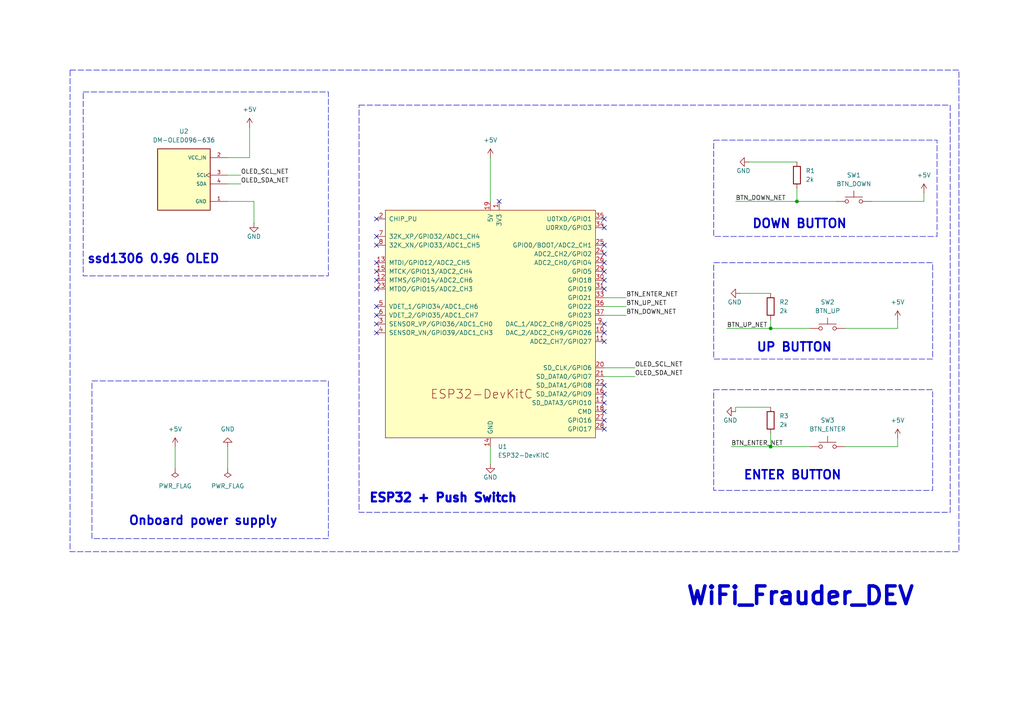
<source format=kicad_sch>
(kicad_sch (version 20250114) (generator "eeschema") (generator_version "9.0")
  (paper "A4")
  (title_block (title "WiFi Frauder DEV") (date "2025-06-10") (rev "1") (company "By Anuwat Khongchuai (un4ckn0wl3z)"))
  (lib_symbols
    (symbol "DM-OLED096-636:DM-OLED096-636" (pin_names (offset 1.016))
      (property "Reference" "U" (at -7.62 10.922 0))
      (property "Value" "DM-OLED096-636" (at -7.62 -10.16 0))
      (symbol "DM-OLED096-636_0_0"
        (rectangle (start -7.62 -7.62) (end 7.62 10.16) (stroke (width 0.254)) (fill (type background)))
        (pin power_in line (at 12.7 7.62 180) (length 5.08) (name "VCC_IN") (number "2"))
        (pin input clock (at 12.7 2.54 180) (length 5.08) (name "SCL") (number "3"))
        (pin bidirectional line (at 12.7 0 180) (length 5.08) (name "SDA") (number "4"))
        (pin power_in line (at 12.7 -5.08 180) (length 5.08) (name "GND") (number "1"))
      )
    )
    (symbol "Device:R" (pin_numbers (hide yes)) (pin_names (offset 0))
      (property "Reference" "R" (at 2.032 0 90))
      (property "Value" "R" (at 0 0 90))
      (symbol "R_0_1"
        (rectangle (start -1.016 -2.54) (end 1.016 2.54) (stroke (width 0.254)))
      )
      (symbol "R_1_1"
        (pin passive line (at 0 3.81 270) (length 1.27) (name "~") (number "1"))
        (pin passive line (at 0 -3.81 90) (length 1.27) (name "~") (number "2"))
      )
    )
    (symbol "PCM_Espressif:ESP32-DevKitC" (pin_names (offset 1.016))
      (property "Reference" "U" (at -30.48 38.1 0))
      (property "Value" "ESP32-DevKitC" (at -30.48 35.56 0))
      (symbol "ESP32-DevKitC_0_0"
        (text "ESP32-DevKitC" (at -2.54 -20.32 0) (effects (font (size 2.54 2.54))))
        (pin power_in line (at 0 35.56 270) (length 2.54) (name "5V") (number "19"))
        (pin power_in line (at 0 -35.56 90) (length 2.54) (name "GND") (number "14"))
      )
      (symbol "ESP32-DevKitC_0_1"
        (rectangle (start -30.48 33.02) (end 30.48 -33.02) (fill (type background)))
      )
      (symbol "ESP32-DevKitC_1_1"
        (pin input line (at -33.02 30.48 0) (length 2.54) (name "CHIP_PU") (number "2"))
        (pin bidirectional line (at -33.02 25.4 0) (length 2.54) (name "32K_XP/GPIO32/ADC1_CH4") (number "7"))
        (pin bidirectional line (at -33.02 22.86 0) (length 2.54) (name "32K_XN/GPIO33/ADC1_CH5") (number "8"))
        (pin bidirectional line (at -33.02 17.78 0) (length 2.54) (name "MTDI/GPIO12/ADC2_CH5") (number "13"))
        (pin bidirectional line (at -33.02 15.24 0) (length 2.54) (name "MTCK/GPIO13/ADC2_CH4") (number "15"))
        (pin bidirectional line (at -33.02 12.7 0) (length 2.54) (name "MTMS/GPIO14/ADC2_CH6") (number "12"))
        (pin bidirectional line (at -33.02 10.16 0) (length 2.54) (name "MTDO/GPIO15/ADC2_CH3") (number "23"))
        (pin input line (at -33.02 5.08 0) (length 2.54) (name "VDET_1/GPIO34/ADC1_CH6") (number "5"))
        (pin input line (at -33.02 2.54 0) (length 2.54) (name "VDET_2/GPIO35/ADC1_CH7") (number "6"))
        (pin input line (at -33.02 0 0) (length 2.54) (name "SENSOR_VP/GPIO36/ADC1_CH0") (number "3"))
        (pin input line (at -33.02 -2.54 0) (length 2.54) (name "SENSOR_VN/GPIO39/ADC1_CH3") (number "4"))
        (pin passive line (at 0 -35.56 90) (length 2.54) (hide yes) (name "GND") (number "32"))
        (pin passive line (at 0 -35.56 90) (length 2.54) (hide yes) (name "GND") (number "38"))
        (pin power_in line (at 2.54 35.56 270) (length 2.54) (name "3V3") (number "1"))
        (pin bidirectional line (at 33.02 30.48 180) (length 2.54) (name "U0TXD/GPIO1") (number "35"))
        (pin bidirectional line (at 33.02 27.94 180) (length 2.54) (name "U0RXD/GPIO3") (number "34"))
        (pin bidirectional line (at 33.02 22.86 180) (length 2.54) (name "GPIO0/BOOT/ADC2_CH1") (number "25"))
        (pin bidirectional line (at 33.02 20.32 180) (length 2.54) (name "ADC2_CH2/GPIO2") (number "24"))
        (pin bidirectional line (at 33.02 17.78 180) (length 2.54) (name "ADC2_CH0/GPIO4") (number "26"))
        (pin bidirectional line (at 33.02 15.24 180) (length 2.54) (name "GPIO5") (number "29"))
        (pin bidirectional line (at 33.02 12.7 180) (length 2.54) (name "GPIO18") (number "30"))
        (pin bidirectional line (at 33.02 10.16 180) (length 2.54) (name "GPIO19") (number "31"))
        (pin bidirectional line (at 33.02 7.62 180) (length 2.54) (name "GPIO21") (number "33"))
        (pin bidirectional line (at 33.02 5.08 180) (length 2.54) (name "GPIO22") (number "36"))
        (pin bidirectional line (at 33.02 2.54 180) (length 2.54) (name "GPIO23") (number "37"))
        (pin bidirectional line (at 33.02 0 180) (length 2.54) (name "DAC_1/ADC2_CH8/GPIO25") (number "9"))
        (pin bidirectional line (at 33.02 -2.54 180) (length 2.54) (name "DAC_2/ADC2_CH9/GPIO26") (number "10"))
        (pin bidirectional line (at 33.02 -5.08 180) (length 2.54) (name "ADC2_CH7/GPIO27") (number "11"))
        (pin bidirectional line (at 33.02 -12.7 180) (length 2.54) (name "SD_CLK/GPIO6") (number "20"))
        (pin bidirectional line (at 33.02 -15.24 180) (length 2.54) (name "SD_DATA0/GPIO7") (number "21"))
        (pin bidirectional line (at 33.02 -17.78 180) (length 2.54) (name "SD_DATA1/GPIO8") (number "22"))
        (pin bidirectional line (at 33.02 -20.32 180) (length 2.54) (name "SD_DATA2/GPIO9") (number "16"))
        (pin bidirectional line (at 33.02 -22.86 180) (length 2.54) (name "SD_DATA3/GPIO10") (number "17"))
        (pin bidirectional line (at 33.02 -25.4 180) (length 2.54) (name "CMD") (number "18"))
        (pin bidirectional line (at 33.02 -27.94 180) (length 2.54) (name "GPIO16") (number "27"))
        (pin bidirectional line (at 33.02 -30.48 180) (length 2.54) (name "GPIO17") (number "28"))
      )
    )
    (symbol "Switch:SW_Push" (pin_numbers (hide yes)) (pin_names (offset 1.016) (hide yes))
      (property "Reference" "SW" (at 1.27 2.54 0))
      (property "Value" "SW_Push" (at 0 -1.524 0))
      (symbol "SW_Push_0_1"
        (circle (center -2.032 0) (radius 0.508))
        (polyline (pts (xy 0 1.27) (xy 0 3.048)))
        (circle (center 2.032 0) (radius 0.508))
        (polyline (pts (xy 2.54 1.27) (xy -2.54 1.27)))
        (pin passive line (at -5.08 0 0) (length 2.54) (name "1") (number "1"))
        (pin passive line (at 5.08 0 180) (length 2.54) (name "2") (number "2"))
      )
    )
    (symbol "power:+5V" (power) (pin_numbers (hide yes)) (pin_names (offset 0) (hide yes))
      (property "Value" "+5V" (at 0 3.556 0))
      (symbol "+5V_0_1"
        (polyline (pts (xy -0.762 1.27) (xy 0 2.54)))
        (polyline (pts (xy 0 2.54) (xy 0.762 1.27)))
        (polyline (pts (xy 0 0) (xy 0 2.54)))
      )
      (symbol "+5V_1_1"
        (pin power_in line (at 0 0 90) (length 0) (name "~") (number "1"))
      )
    )
    (symbol "power:GND" (power) (pin_numbers (hide yes)) (pin_names (offset 0) (hide yes))
      (property "Value" "GND" (at 0 -3.81 0))
      (symbol "GND_0_1"
        (polyline (pts (xy 0 0) (xy 0 -1.27) (xy 1.27 -1.27) (xy 0 -2.54) (xy -1.27 -1.27) (xy 0 -1.27)))
      )
      (symbol "GND_1_1"
        (pin power_in line (at 0 0 270) (length 0) (name "~") (number "1"))
      )
    )
    (symbol "power:PWR_FLAG" (power) (pin_numbers (hide yes)) (pin_names (offset 0) (hide yes))
      (property "Value" "PWR_FLAG" (at 0 3.81 0))
      (symbol "PWR_FLAG_0_0"
        (pin power_out line (at 0 0 90) (length 0) (name "~") (number "1"))
      )
      (symbol "PWR_FLAG_0_1"
        (polyline (pts (xy 0 0) (xy 0 1.27) (xy -1.016 1.905) (xy 0 2.54) (xy 1.016 1.905) (xy 0 1.27)))
      )
    )
  )
  (rectangle (start 24.13 26.67) (end 95.25 80.01) (stroke (width 0) (type dash)))
  (rectangle (start 207.01 40.64) (end 271.78 68.58) (stroke (width 0) (type dash)))
  (rectangle (start 104.14 30.48) (end 275.59 148.59) (stroke (width 0) (type dash)))
  (rectangle (start 207.01 113.03) (end 270.51 142.24) (stroke (width 0) (type dash)))
  (rectangle (start 26.67 110.49) (end 95.25 156.21) (stroke (width 0) (type dash)))
  (rectangle (start 20.32 20.32) (end 278.13 160.02) (stroke (width 0) (type dash)))
  (rectangle (start 207.01 76.2) (end 270.51 104.14) (stroke (width 0) (type dash)))
  (rectangle (start 95.25 142.24) (end 95.25 142.24))
  (rectangle (start 278.13 63.5) (end 278.13 63.5))
  (text "WiFi_Frauder_DEV\n" (at 232.156 172.974 0) (effects (font (size 5.08 5.08) (thickness 1.016) (bold yes))))
  (text "ESP32 + Push Switch" (at 128.524 144.526 0) (effects (font (size 2.54 2.54) (thickness 1.016) (bold yes))))
  (text "Onboard power supply" (at 58.928 151.13 0) (effects (font (size 2.54 2.54) (thickness 0.508) (bold yes))))
  (text "DOWN BUTTON" (at 231.902 65.024 0) (effects (font (size 2.54 2.54) (thickness 0.508) (bold yes))))
  (text "ENTER BUTTON" (at 229.87 137.922 0) (effects (font (size 2.54 2.54) (thickness 0.508) (bold yes))))
  (text "ssd1306 0.96 OLED " (at 45.466 75.184 0) (effects (font (size 2.54 2.54) (thickness 0.508) (bold yes))))
  (text "UP BUTTON" (at 230.378 100.838 0) (effects (font (size 2.54 2.54) (thickness 0.508) (bold yes))))
  (junction (at 223.52 129.54))
  (junction (at 231.14 58.42))
  (junction (at 223.52 95.25))
  (no_connect (at 175.26 76.2))
  (no_connect (at 175.26 63.5))
  (no_connect (at 109.22 83.82))
  (no_connect (at 175.26 78.74))
  (no_connect (at 109.22 71.12))
  (no_connect (at 175.26 124.46))
  (no_connect (at 144.78 58.42))
  (no_connect (at 175.26 93.98))
  (no_connect (at 109.22 81.28))
  (no_connect (at 109.22 88.9))
  (no_connect (at 175.26 116.84))
  (no_connect (at 109.22 93.98))
  (no_connect (at 109.22 78.74))
  (no_connect (at 175.26 114.3))
  (no_connect (at 175.26 121.92))
  (no_connect (at 175.26 111.76))
  (no_connect (at 109.22 91.44))
  (no_connect (at 109.22 76.2))
  (no_connect (at 109.22 68.58))
  (no_connect (at 175.26 99.06))
  (no_connect (at 175.26 96.52))
  (no_connect (at 109.22 63.5))
  (no_connect (at 109.22 96.52))
  (no_connect (at 175.26 73.66))
  (no_connect (at 175.26 81.28))
  (no_connect (at 175.26 83.82))
  (no_connect (at 175.26 119.38))
  (no_connect (at 175.26 71.12))
  (no_connect (at 175.26 66.04))
  (wire (pts (xy 181.61 91.44) (xy 175.26 91.44)))
  (wire (pts (xy 212.09 129.54) (xy 223.52 129.54)))
  (wire (pts (xy 73.66 58.42) (xy 73.66 64.77)))
  (wire (pts (xy 175.26 106.68) (xy 184.15 106.68)))
  (wire (pts (xy 214.63 85.09) (xy 223.52 85.09)))
  (wire (pts (xy 175.26 86.36) (xy 181.61 86.36)))
  (wire (pts (xy 267.97 58.42) (xy 267.97 55.88)))
  (wire (pts (xy 234.95 95.25) (xy 223.52 95.25)))
  (wire (pts (xy 66.04 58.42) (xy 73.66 58.42)))
  (wire (pts (xy 50.8 129.54) (xy 50.8 135.89)))
  (wire (pts (xy 260.35 95.25) (xy 260.35 92.71)))
  (wire (pts (xy 245.11 129.54) (xy 260.35 129.54)))
  (wire (pts (xy 231.14 58.42) (xy 213.36 58.42)))
  (wire (pts (xy 234.95 129.54) (xy 223.52 129.54)))
  (wire (pts (xy 66.04 53.34) (xy 69.85 53.34)))
  (wire (pts (xy 217.17 46.99) (xy 231.14 46.99)))
  (wire (pts (xy 142.24 45.72) (xy 142.24 58.42)))
  (wire (pts (xy 175.26 109.22) (xy 184.15 109.22)))
  (wire (pts (xy 252.73 58.42) (xy 267.97 58.42)))
  (wire (pts (xy 242.57 58.42) (xy 231.14 58.42)))
  (wire (pts (xy 260.35 129.54) (xy 260.35 127)))
  (wire (pts (xy 223.52 92.71) (xy 223.52 95.25)))
  (wire (pts (xy 66.04 129.54) (xy 66.04 135.89)))
  (wire (pts (xy 245.11 95.25) (xy 260.35 95.25)))
  (wire (pts (xy 231.14 54.61) (xy 231.14 58.42)))
  (wire (pts (xy 223.52 125.73) (xy 223.52 129.54)))
  (wire (pts (xy 142.24 129.54) (xy 142.24 134.62)))
  (wire (pts (xy 213.36 119.38) (xy 213.36 118.11)))
  (wire (pts (xy 223.52 95.25) (xy 210.82 95.25)))
  (wire (pts (xy 175.26 88.9) (xy 181.61 88.9)))
  (wire (pts (xy 213.36 118.11) (xy 223.52 118.11)))
  (wire (pts (xy 66.04 50.8) (xy 69.85 50.8)))
  (wire (pts (xy 72.39 45.72) (xy 72.39 36.83)))
  (wire (pts (xy 66.04 45.72) (xy 72.39 45.72)))
  (label "BTN_DOWN_NET" (at 181.61 91.44 0))
  (label "BTN_UP_NET" (at 210.82 95.25 0))
  (label "OLED_SDA_NET" (at 184.15 109.22 0))
  (label "BTN_DOWN_NET" (at 213.36 58.42 0))
  (label "OLED_SCL_NET" (at 184.15 106.68 0))
  (label "OLED_SDA_NET" (at 69.85 53.34 0))
  (label "BTN_UP_NET" (at 181.61 88.9 0))
  (label "OLED_SCL_NET" (at 69.85 50.8 0))
  (label "BTN_ENTER_NET" (at 181.61 86.36 0))
  (label "BTN_ENTER_NET" (at 212.09 129.54 0))
  (symbol (lib_id "DM-OLED096-636:DM-OLED096-636") (at 53.34 53.34 0) (unit 1)
    (property "Reference" "U2" (at 53.34 38.1 0))
    (property "Value" "DM-OLED096-636" (at 53.34 40.64 0))
    (property "Footprint" "DM-OLED096-636:MODULE_DM-OLED096-636" (effects (hide yes)))
    (property "MF" "Display Module" (effects (hide yes)))
    (property "MAXIMUM_PACKAGE_HEIGHT" "11.3 mm" (effects (hide yes)))
    (property "Package" "Package" (effects (hide yes)))
    (property "Price" "None" (effects (hide yes)))
    (property "Check_prices" "https://www.snapeda.com/parts/DM-OLED096-636/Display+Module/view-part/?ref=eda" (effects (hide yes)))
    (property "STANDARD" "Manufacturer Recommendations" (effects (hide yes)))
    (property "PARTREV" "2018-09-10" (effects (hide yes)))
    (property "SnapEDA_Link" "https://www.snapeda.com/parts/DM-OLED096-636/Display+Module/view-part/?ref=snap" (effects (hide yes)))
    (property "MP" "DM-OLED096-636" (effects (hide yes)))
    (property "Description_1" "0.96” 128 X 64 MONOCHROME GRAPHIC OLED DISPLAY MODULE - I2C" (effects (hide yes)))
    (property "Availability" "Not in stock" (effects (hide yes)))
    (property "MANUFACTURER" "Displaymodule" (effects (hide yes)))
  )
  (symbol (lib_id "power:PWR_FLAG") (at 66.04 135.89 180) (unit 1)
    (property "Reference" "#FLG02" (effects (hide yes)))
    (property "Value" "PWR_FLAG" (at 66.04 140.97 0))
    (property "Description" "Special symbol for telling ERC where power comes from" (effects (hide yes)))
  )
  (symbol (lib_id "Device:R") (at 231.14 50.8 0) (unit 1)
    (property "Reference" "R1" (at 233.68 49.5299 0) (effects (justify left)))
    (property "Value" "2k" (at 233.68 52.0699 0) (effects (justify left)))
    (property "Footprint" "Capacitor_SMD:C_0805_2012Metric" (effects (hide yes)))
    (property "Description" "Resistor" (effects (hide yes)))
  )
  (symbol (lib_id "power:GND") (at 66.04 129.54 180) (unit 1)
    (property "Reference" "#PWR012" (effects (hide yes)))
    (property "Value" "GND" (at 66.04 124.46 0))
    (property "Description" "Power symbol creates a global label with name \"GND\" , ground" (effects (hide yes)))
  )
  (symbol (lib_id "power:GND") (at 217.17 46.99 270) (unit 1)
    (property "Reference" "#PWR01" (effects (hide yes)))
    (property "Value" "GND" (at 217.678 49.53 90) (effects (justify right)))
    (property "Description" "Power symbol creates a global label with name \"GND\" , ground" (effects (hide yes)))
  )
  (symbol (lib_id "Switch:SW_Push") (at 240.03 95.25 0) (unit 1)
    (property "Reference" "SW2" (at 240.03 87.63 0))
    (property "Value" "BTN_UP" (at 240.03 90.17 0))
    (property "Footprint" "Button_Switch_THT:SW_PUSH_6mm" (effects (hide yes)))
    (property "Description" "Push button switch, generic, two pins" (effects (hide yes)))
  )
  (symbol (lib_id "Switch:SW_Push") (at 240.03 129.54 0) (unit 1)
    (property "Reference" "SW3" (at 240.03 121.92 0))
    (property "Value" "BTN_ENTER" (at 240.03 124.46 0))
    (property "Footprint" "Button_Switch_THT:SW_PUSH_6mm" (effects (hide yes)))
    (property "Description" "Push button switch, generic, two pins" (effects (hide yes)))
  )
  (symbol (lib_id "power:GND") (at 73.66 64.77 0) (unit 1)
    (property "Reference" "#PWR09" (effects (hide yes)))
    (property "Value" "GND" (at 75.692 68.58 0) (effects (justify right)))
    (property "Description" "Power symbol creates a global label with name \"GND\" , ground" (effects (hide yes)))
  )
  (symbol (lib_id "power:GND") (at 214.63 85.09 270) (unit 1)
    (property "Reference" "#PWR02" (effects (hide yes)))
    (property "Value" "GND" (at 215.138 87.63 90) (effects (justify right)))
    (property "Description" "Power symbol creates a global label with name \"GND\" , ground" (effects (hide yes)))
  )
  (symbol (lib_id "Switch:SW_Push") (at 247.65 58.42 0) (unit 1)
    (property "Reference" "SW1" (at 247.65 50.8 0))
    (property "Value" "BTN_DOWN" (at 247.65 53.34 0))
    (property "Footprint" "Button_Switch_THT:SW_PUSH_6mm" (effects (hide yes)))
    (property "Description" "Push button switch, generic, two pins" (effects (hide yes)))
  )
  (symbol (lib_id "power:+5V") (at 267.97 55.88 0) (unit 1)
    (property "Reference" "#PWR05" (effects (hide yes)))
    (property "Value" "+5V" (at 267.97 50.8 0))
    (property "Description" "Power symbol creates a global label with name \"+5V\"" (effects (hide yes)))
  )
  (symbol (lib_id "power:+5V") (at 142.24 45.72 0) (unit 1)
    (property "Reference" "#PWR04" (effects (hide yes)))
    (property "Value" "+5V" (at 142.24 40.64 0))
    (property "Description" "Power symbol creates a global label with name \"+5V\"" (effects (hide yes)))
  )
  (symbol (lib_id "power:+5V") (at 260.35 92.71 0) (unit 1)
    (property "Reference" "#PWR06" (effects (hide yes)))
    (property "Value" "+5V" (at 260.35 87.63 0))
    (property "Description" "Power symbol creates a global label with name \"+5V\"" (effects (hide yes)))
  )
  (symbol (lib_id "power:PWR_FLAG") (at 50.8 135.89 180) (unit 1)
    (property "Reference" "#FLG01" (effects (hide yes)))
    (property "Value" "PWR_FLAG" (at 50.8 140.97 0))
    (property "Description" "Special symbol for telling ERC where power comes from" (effects (hide yes)))
  )
  (symbol (lib_id "PCM_Espressif:ESP32-DevKitC") (at 142.24 93.98 0) (unit 1)
    (property "Reference" "U1" (at 144.3833 129.54 0) (effects (justify left)))
    (property "Value" "ESP32-DevKitC" (at 144.3833 132.08 0) (effects (justify left)))
    (property "Footprint" "PCM_Espressif:ESP32-DevKitC" (effects (hide yes)))
    (property "Datasheet" "https://docs.espressif.com/projects/esp-idf/zh_CN/latest/esp32/hw-reference/esp32/get-started-devkitc.html" (effects (hide yes)))
    (property "Description" "Development Kit" (effects (hide yes)))
  )
  (symbol (lib_id "power:GND") (at 142.24 134.62 0) (unit 1)
    (property "Reference" "#PWR08" (effects (hide yes)))
    (property "Value" "GND" (at 144.272 138.43 0) (effects (justify right)))
    (property "Description" "Power symbol creates a global label with name \"GND\" , ground" (effects (hide yes)))
  )
  (symbol (lib_id "power:+5V") (at 50.8 129.54 0) (unit 1)
    (property "Reference" "#PWR011" (effects (hide yes)))
    (property "Value" "+5V" (at 50.8 124.46 0))
    (property "Description" "Power symbol creates a global label with name \"+5V\"" (effects (hide yes)))
  )
  (symbol (lib_id "power:+5V") (at 260.35 127 0) (unit 1)
    (property "Reference" "#PWR07" (effects (hide yes)))
    (property "Value" "+5V" (at 260.35 121.92 0))
    (property "Description" "Power symbol creates a global label with name \"+5V\"" (effects (hide yes)))
  )
  (symbol (lib_id "power:GND") (at 213.36 119.38 270) (unit 1)
    (property "Reference" "#PWR03" (effects (hide yes)))
    (property "Value" "GND" (at 213.868 121.92 90) (effects (justify right)))
    (property "Description" "Power symbol creates a global label with name \"GND\" , ground" (effects (hide yes)))
  )
  (symbol (lib_id "Device:R") (at 223.52 88.9 0) (unit 1)
    (property "Reference" "R2" (at 226.06 87.6299 0) (effects (justify left)))
    (property "Value" "2k" (at 226.06 90.1699 0) (effects (justify left)))
    (property "Footprint" "Capacitor_SMD:C_0805_2012Metric" (effects (hide yes)))
    (property "Description" "Resistor" (effects (hide yes)))
  )
  (symbol (lib_id "Device:R") (at 223.52 121.92 0) (unit 1)
    (property "Reference" "R3" (at 226.06 120.6499 0) (effects (justify left)))
    (property "Value" "2k" (at 226.06 123.1899 0) (effects (justify left)))
    (property "Footprint" "Capacitor_SMD:C_0805_2012Metric" (effects (hide yes)))
    (property "Description" "Resistor" (effects (hide yes)))
  )
  (symbol (lib_id "power:+5V") (at 72.39 36.83 0) (unit 1)
    (property "Reference" "#PWR010" (effects (hide yes)))
    (property "Value" "+5V" (at 72.39 31.75 0))
    (property "Description" "Power symbol creates a global label with name \"+5V\"" (effects (hide yes)))
  )
)
</source>
